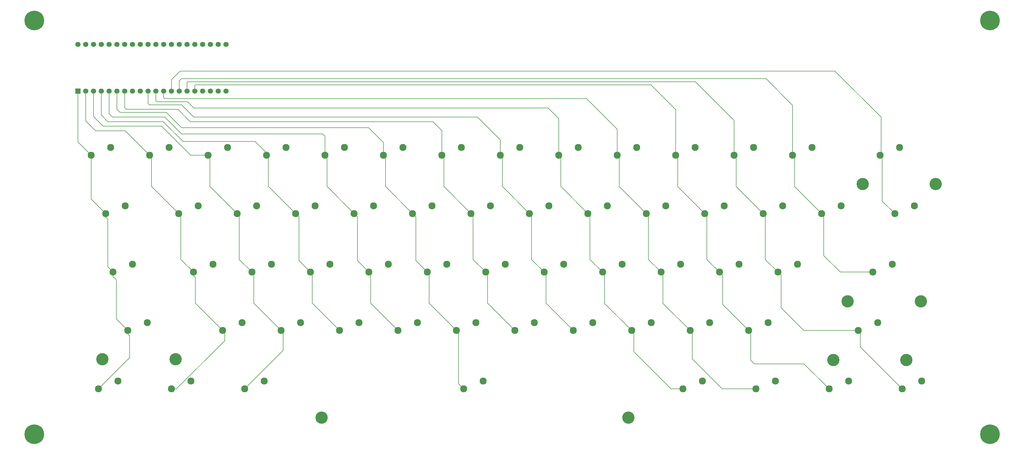
<source format=gbr>
%TF.GenerationSoftware,KiCad,Pcbnew,9.0.3*%
%TF.CreationDate,2025-08-13T20:15:07-07:00*%
%TF.ProjectId,keyboardpls,6b657962-6f61-4726-9470-6c732e6b6963,rev?*%
%TF.SameCoordinates,Original*%
%TF.FileFunction,Copper,L1,Top*%
%TF.FilePolarity,Positive*%
%FSLAX46Y46*%
G04 Gerber Fmt 4.6, Leading zero omitted, Abs format (unit mm)*
G04 Created by KiCad (PCBNEW 9.0.3) date 2025-08-13 20:15:07*
%MOMM*%
%LPD*%
G01*
G04 APERTURE LIST*
%TA.AperFunction,ComponentPad*%
%ADD10C,2.300000*%
%TD*%
%TA.AperFunction,ComponentPad*%
%ADD11C,4.000000*%
%TD*%
%TA.AperFunction,ComponentPad*%
%ADD12R,1.700000X1.700000*%
%TD*%
%TA.AperFunction,ComponentPad*%
%ADD13C,1.700000*%
%TD*%
%TA.AperFunction,ViaPad*%
%ADD14C,6.400000*%
%TD*%
%TA.AperFunction,Conductor*%
%ADD15C,0.200000*%
%TD*%
G04 APERTURE END LIST*
D10*
%TO.P,MX41,1,1*%
%TO.N,COL13*%
X331232650Y-154667700D03*
%TO.P,MX41,2,2*%
%TO.N,Net-(D41-A)*%
X337582650Y-152127700D03*
%TD*%
%TO.P,MX23,1,1*%
%TO.N,COL9*%
X238363900Y-135617700D03*
%TO.P,MX23,2,2*%
%TO.N,Net-(D23-A)*%
X244713900Y-133077700D03*
%TD*%
%TO.P,MX36,1,1*%
%TO.N,COL8*%
X224076400Y-154667700D03*
%TO.P,MX36,2,2*%
%TO.N,Net-(D36-A)*%
X230426400Y-152127700D03*
%TD*%
%TO.P,MX3,1,1*%
%TO.N,COL3*%
X114538900Y-116567700D03*
%TO.P,MX3,2,2*%
%TO.N,Net-(D3-A)*%
X120888900Y-114027700D03*
%TD*%
%TO.P,MX37,1,1*%
%TO.N,COL9*%
X243126400Y-154667700D03*
%TO.P,MX37,2,2*%
%TO.N,Net-(D37-A)*%
X249476400Y-152127700D03*
%TD*%
%TO.P,MX14,1,1*%
%TO.N,COL14*%
X333613900Y-116567700D03*
%TO.P,MX14,2,2*%
%TO.N,Net-(D14-A)*%
X339963900Y-114027700D03*
%TD*%
%TO.P,MX53,1,1*%
%TO.N,COL12*%
X326470150Y-173717700D03*
%TO.P,MX53,2,2*%
%TO.N,Net-(D53-A)*%
X332820150Y-171177700D03*
%TD*%
%TO.P,MX56,1,1*%
%TO.N,COL3*%
X126445150Y-192767700D03*
%TO.P,MX56,2,2*%
%TO.N,Net-(D56-A)*%
X132795150Y-190227700D03*
%TD*%
%TO.P,MX40,1,1*%
%TO.N,COL12*%
X300276400Y-154667700D03*
%TO.P,MX40,2,2*%
%TO.N,Net-(D40-A)*%
X306626400Y-152127700D03*
%TD*%
%TO.P,MX33,1,1*%
%TO.N,COL5*%
X166926400Y-154667700D03*
%TO.P,MX33,2,2*%
%TO.N,Net-(D33-A)*%
X173276400Y-152127700D03*
%TD*%
%TO.P,MX47,1,1*%
%TO.N,COL6*%
X195501400Y-173717700D03*
%TO.P,MX47,2,2*%
%TO.N,Net-(D47-A)*%
X201851400Y-171177700D03*
%TD*%
%TO.P,MX16,1,1*%
%TO.N,COL2*%
X105013900Y-135617700D03*
%TO.P,MX16,2,2*%
%TO.N,Net-(D16-A)*%
X111363900Y-133077700D03*
%TD*%
%TO.P,MX59,1,1*%
%TO.N,COL10*%
X293132650Y-192767700D03*
%TO.P,MX59,2,2*%
%TO.N,Net-(D59-A)*%
X299482650Y-190227700D03*
%TD*%
D11*
%TO.P,RightShiftStab1,*%
%TO.N,*%
X342166400Y-183337700D03*
X318353900Y-183337700D03*
%TD*%
D10*
%TO.P,MX18,1,1*%
%TO.N,COL4*%
X143113900Y-135617700D03*
%TO.P,MX18,2,2*%
%TO.N,Net-(D18-A)*%
X149463900Y-133077700D03*
%TD*%
D11*
%TO.P,BackSpaceStab1,*%
%TO.N,*%
X346829000Y-164197200D03*
X323016500Y-164197200D03*
%TD*%
%TO.P,LeftShiftStab1,*%
%TO.N,*%
X103924700Y-183090600D03*
X80112200Y-183090600D03*
%TD*%
D10*
%TO.P,MX11,1,1*%
%TO.N,COL11*%
X266938900Y-116567700D03*
%TO.P,MX11,2,2*%
%TO.N,Net-(D11-A)*%
X273288900Y-114027700D03*
%TD*%
%TO.P,MX12,1,1*%
%TO.N,COL12*%
X285988900Y-116567700D03*
%TO.P,MX12,2,2*%
%TO.N,Net-(D12-A)*%
X292338900Y-114027700D03*
%TD*%
%TO.P,MX31,1,1*%
%TO.N,COL3*%
X128826400Y-154667700D03*
%TO.P,MX31,2,2*%
%TO.N,Net-(D31-A)*%
X135176400Y-152127700D03*
%TD*%
%TO.P,MX30,1,1*%
%TO.N,COL2*%
X109776400Y-154667700D03*
%TO.P,MX30,2,2*%
%TO.N,Net-(D30-A)*%
X116126400Y-152127700D03*
%TD*%
%TO.P,MX49,1,1*%
%TO.N,COL8*%
X233601400Y-173717700D03*
%TO.P,MX49,2,2*%
%TO.N,Net-(D49-A)*%
X239951400Y-171177700D03*
%TD*%
%TO.P,MX57,1,1*%
%TO.N,COL6*%
X197882650Y-192767700D03*
%TO.P,MX57,2,2*%
%TO.N,Net-(D57-A)*%
X204232650Y-190227700D03*
%TD*%
%TO.P,MX52,1,1*%
%TO.N,COL11*%
X290751400Y-173717700D03*
%TO.P,MX52,2,2*%
%TO.N,Net-(D52-A)*%
X297101400Y-171177700D03*
%TD*%
D11*
%TO.P,SpaceStab1,*%
%TO.N,*%
X251566700Y-202141800D03*
X151554200Y-202141800D03*
%TD*%
D10*
%TO.P,MX10,1,1*%
%TO.N,COL10*%
X247888900Y-116567700D03*
%TO.P,MX10,2,2*%
%TO.N,Net-(D10-A)*%
X254238900Y-114027700D03*
%TD*%
%TO.P,MX54,1,1*%
%TO.N,COL1*%
X78820150Y-192767700D03*
%TO.P,MX54,2,2*%
%TO.N,Net-(D54-A)*%
X85170150Y-190227700D03*
%TD*%
%TO.P,MX35,1,1*%
%TO.N,COL7*%
X205026400Y-154667700D03*
%TO.P,MX35,2,2*%
%TO.N,Net-(D35-A)*%
X211376400Y-152127700D03*
%TD*%
%TO.P,MX9,1,1*%
%TO.N,COL9*%
X228838900Y-116567700D03*
%TO.P,MX9,2,2*%
%TO.N,Net-(D9-A)*%
X235188900Y-114027700D03*
%TD*%
%TO.P,MX32,1,1*%
%TO.N,COL4*%
X147876400Y-154667700D03*
%TO.P,MX32,2,2*%
%TO.N,Net-(D32-A)*%
X154226400Y-152127700D03*
%TD*%
%TO.P,MX19,1,1*%
%TO.N,COL5*%
X162163900Y-135617700D03*
%TO.P,MX19,2,2*%
%TO.N,Net-(D19-A)*%
X168513900Y-133077700D03*
%TD*%
%TO.P,MX43,1,1*%
%TO.N,COL2*%
X119301400Y-173717700D03*
%TO.P,MX43,2,2*%
%TO.N,Net-(D43-A)*%
X125651400Y-171177700D03*
%TD*%
D11*
%TO.P,EnterStab1,*%
%TO.N,*%
X351685000Y-125937000D03*
X327872500Y-125937000D03*
%TD*%
D10*
%TO.P,MX2,1,1*%
%TO.N,COL2*%
X95488900Y-116567700D03*
%TO.P,MX2,2,2*%
%TO.N,Net-(D2-A)*%
X101838900Y-114027700D03*
%TD*%
%TO.P,MX42,1,1*%
%TO.N,COL1*%
X88345150Y-173717700D03*
%TO.P,MX42,2,2*%
%TO.N,Net-(D42-A)*%
X94695150Y-171177700D03*
%TD*%
%TO.P,MX60,1,1*%
%TO.N,COL11*%
X316945150Y-192767700D03*
%TO.P,MX60,2,2*%
%TO.N,Net-(D60-A)*%
X323295150Y-190227700D03*
%TD*%
%TO.P,MX21,1,1*%
%TO.N,COL7*%
X200263900Y-135617700D03*
%TO.P,MX21,2,2*%
%TO.N,Net-(D21-A)*%
X206613900Y-133077700D03*
%TD*%
%TO.P,MX34,1,1*%
%TO.N,COL6*%
X185976400Y-154667700D03*
%TO.P,MX34,2,2*%
%TO.N,Net-(D34-A)*%
X192326400Y-152127700D03*
%TD*%
%TO.P,MX27,1,1*%
%TO.N,COL13*%
X314563900Y-135617700D03*
%TO.P,MX27,2,2*%
%TO.N,Net-(D27-A)*%
X320913900Y-133077700D03*
%TD*%
%TO.P,MX28,1,1*%
%TO.N,COL14*%
X338376400Y-135617700D03*
%TO.P,MX28,2,2*%
%TO.N,Net-(D28-A)*%
X344726400Y-133077700D03*
%TD*%
%TO.P,MX58,1,1*%
%TO.N,COL9*%
X269320150Y-192767700D03*
%TO.P,MX58,2,2*%
%TO.N,Net-(D58-A)*%
X275670150Y-190227700D03*
%TD*%
%TO.P,MX5,1,1*%
%TO.N,COL5*%
X152638900Y-116567700D03*
%TO.P,MX5,2,2*%
%TO.N,Net-(D5-A)*%
X158988900Y-114027700D03*
%TD*%
%TO.P,MX38,1,1*%
%TO.N,COL10*%
X262176400Y-154667700D03*
%TO.P,MX38,2,2*%
%TO.N,Net-(D38-A)*%
X268526400Y-152127700D03*
%TD*%
%TO.P,MX61,1,1*%
%TO.N,COL12*%
X340757650Y-192767700D03*
%TO.P,MX61,2,2*%
%TO.N,Net-(D61-A)*%
X347107650Y-190227700D03*
%TD*%
%TO.P,MX24,1,1*%
%TO.N,COL10*%
X257413900Y-135617700D03*
%TO.P,MX24,2,2*%
%TO.N,Net-(D24-A)*%
X263763900Y-133077700D03*
%TD*%
%TO.P,MX48,1,1*%
%TO.N,COL7*%
X214551400Y-173717700D03*
%TO.P,MX48,2,2*%
%TO.N,Net-(D48-A)*%
X220901400Y-171177700D03*
%TD*%
%TO.P,MX44,1,1*%
%TO.N,COL3*%
X138351400Y-173717700D03*
%TO.P,MX44,2,2*%
%TO.N,Net-(D44-A)*%
X144701400Y-171177700D03*
%TD*%
%TO.P,MX1,1,1*%
%TO.N,COL1*%
X76438900Y-116567700D03*
%TO.P,MX1,2,2*%
%TO.N,Net-(D1-A)*%
X82788900Y-114027700D03*
%TD*%
%TO.P,MX20,1,1*%
%TO.N,COL6*%
X181213900Y-135617700D03*
%TO.P,MX20,2,2*%
%TO.N,Net-(D20-A)*%
X187563900Y-133077700D03*
%TD*%
%TO.P,MX4,1,1*%
%TO.N,COL4*%
X133588900Y-116567700D03*
%TO.P,MX4,2,2*%
%TO.N,Net-(D4-A)*%
X139938900Y-114027700D03*
%TD*%
%TO.P,MX8,1,1*%
%TO.N,COL8*%
X209788900Y-116567700D03*
%TO.P,MX8,2,2*%
%TO.N,Net-(D8-A)*%
X216138900Y-114027700D03*
%TD*%
%TO.P,MX55,1,1*%
%TO.N,COL2*%
X102632650Y-192767700D03*
%TO.P,MX55,2,2*%
%TO.N,Net-(D55-A)*%
X108982650Y-190227700D03*
%TD*%
%TO.P,MX7,1,1*%
%TO.N,COL7*%
X190738900Y-116567700D03*
%TO.P,MX7,2,2*%
%TO.N,Net-(D7-A)*%
X197088900Y-114027700D03*
%TD*%
%TO.P,MX22,1,1*%
%TO.N,COL8*%
X219313900Y-135617700D03*
%TO.P,MX22,2,2*%
%TO.N,Net-(D22-A)*%
X225663900Y-133077700D03*
%TD*%
%TO.P,MX13,1,1*%
%TO.N,COL13*%
X305038900Y-116567700D03*
%TO.P,MX13,2,2*%
%TO.N,Net-(D13-A)*%
X311388900Y-114027700D03*
%TD*%
%TO.P,MX51,1,1*%
%TO.N,COL10*%
X271701400Y-173717700D03*
%TO.P,MX51,2,2*%
%TO.N,Net-(D51-A)*%
X278051400Y-171177700D03*
%TD*%
%TO.P,MX50,1,1*%
%TO.N,COL9*%
X252651400Y-173717700D03*
%TO.P,MX50,2,2*%
%TO.N,Net-(D50-A)*%
X259001400Y-171177700D03*
%TD*%
%TO.P,MX29,1,1*%
%TO.N,COL1*%
X83582650Y-154667700D03*
%TO.P,MX29,2,2*%
%TO.N,Net-(D29-A)*%
X89932650Y-152127700D03*
%TD*%
%TO.P,MX39,1,1*%
%TO.N,COL11*%
X281226400Y-154667700D03*
%TO.P,MX39,2,2*%
%TO.N,Net-(D39-A)*%
X287576400Y-152127700D03*
%TD*%
%TO.P,MX15,1,1*%
%TO.N,COL1*%
X81201400Y-135617700D03*
%TO.P,MX15,2,2*%
%TO.N,Net-(D15-A)*%
X87551400Y-133077700D03*
%TD*%
%TO.P,MX45,1,1*%
%TO.N,COL4*%
X157401400Y-173717700D03*
%TO.P,MX45,2,2*%
%TO.N,Net-(D45-A)*%
X163751400Y-171177700D03*
%TD*%
%TO.P,MX17,1,1*%
%TO.N,COL3*%
X124063900Y-135617700D03*
%TO.P,MX17,2,2*%
%TO.N,Net-(D17-A)*%
X130413900Y-133077700D03*
%TD*%
%TO.P,MX6,1,1*%
%TO.N,COL6*%
X171688900Y-116567700D03*
%TO.P,MX6,2,2*%
%TO.N,Net-(D6-A)*%
X178038900Y-114027700D03*
%TD*%
%TO.P,MX26,1,1*%
%TO.N,COL12*%
X295513900Y-135617700D03*
%TO.P,MX26,2,2*%
%TO.N,Net-(D26-A)*%
X301863900Y-133077700D03*
%TD*%
%TO.P,MX46,1,1*%
%TO.N,COL5*%
X176451400Y-173717700D03*
%TO.P,MX46,2,2*%
%TO.N,Net-(D46-A)*%
X182801400Y-171177700D03*
%TD*%
%TO.P,MX25,1,1*%
%TO.N,COL11*%
X276463900Y-135617700D03*
%TO.P,MX25,2,2*%
%TO.N,Net-(D25-A)*%
X282813900Y-133077700D03*
%TD*%
D12*
%TO.P,U4,1,PB12*%
%TO.N,COL1*%
X72112500Y-95590000D03*
D13*
%TO.P,U4,2,PB13*%
%TO.N,COL2*%
X74652500Y-95590000D03*
%TO.P,U4,3,PB14*%
%TO.N,COL3*%
X77192500Y-95590000D03*
%TO.P,U4,4,PB15*%
%TO.N,COL4*%
X79732500Y-95590000D03*
%TO.P,U4,5,PA8*%
%TO.N,COL5*%
X82272500Y-95590000D03*
%TO.P,U4,6,PA9*%
%TO.N,COL6*%
X84812500Y-95590000D03*
%TO.P,U4,7,PA10*%
%TO.N,COL7*%
X87352500Y-95590000D03*
%TO.P,U4,8,PA11*%
%TO.N,unconnected-(U4-PA11-Pad8)*%
X89892500Y-95590000D03*
%TO.P,U4,9,PA12*%
%TO.N,unconnected-(U4-PA12-Pad9)*%
X92432500Y-95590000D03*
%TO.P,U4,10,PA15*%
%TO.N,COL8*%
X94972500Y-95590000D03*
%TO.P,U4,11,PB3*%
%TO.N,COL9*%
X97512500Y-95590000D03*
%TO.P,U4,12,PB4*%
%TO.N,COL10*%
X100052500Y-95590000D03*
%TO.P,U4,13,PB5*%
%TO.N,COL14*%
X102592500Y-95590000D03*
%TO.P,U4,14,PB6*%
%TO.N,COL13*%
X105132500Y-95590000D03*
%TO.P,U4,15,PB7*%
%TO.N,COL12*%
X107672500Y-95590000D03*
%TO.P,U4,16,PB8*%
%TO.N,COL11*%
X110212500Y-95590000D03*
%TO.P,U4,17,PB9*%
%TO.N,unconnected-(U4-PB9-Pad17)*%
X112752500Y-95590000D03*
%TO.P,U4,18,5V*%
%TO.N,unconnected-(U4-5V-Pad18)*%
X115292500Y-95590000D03*
%TO.P,U4,19,GND*%
%TO.N,unconnected-(U4-GND-Pad19)*%
X117832500Y-95590000D03*
%TO.P,U4,20,3V3*%
%TO.N,unconnected-(U4-3V3-Pad20)*%
X120372500Y-95590000D03*
%TO.P,U4,21,VBat*%
%TO.N,unconnected-(U4-VBat-Pad21)*%
X120372500Y-80350000D03*
%TO.P,U4,22,PC13*%
%TO.N,unconnected-(U4-PC13-Pad22)*%
X117832500Y-80350000D03*
%TO.P,U4,23,PC14*%
%TO.N,unconnected-(U4-PC14-Pad23)*%
X115292500Y-80350000D03*
%TO.P,U4,24,PC15*%
%TO.N,unconnected-(U4-PC15-Pad24)*%
X112752500Y-80350000D03*
%TO.P,U4,25,PA0*%
%TO.N,unconnected-(U4-PA0-Pad25)*%
X110212500Y-80350000D03*
%TO.P,U4,26,PA1*%
%TO.N,unconnected-(U4-PA1-Pad26)*%
X107672500Y-80350000D03*
%TO.P,U4,27,PA2*%
%TO.N,unconnected-(U4-PA2-Pad27)*%
X105132500Y-80350000D03*
%TO.P,U4,28,PA3*%
%TO.N,unconnected-(U4-PA3-Pad28)*%
X102592500Y-80350000D03*
%TO.P,U4,29,PA4*%
%TO.N,unconnected-(U4-PA4-Pad29)*%
X100052500Y-80350000D03*
%TO.P,U4,30,PA5*%
%TO.N,unconnected-(U4-PA5-Pad30)*%
X97512500Y-80350000D03*
%TO.P,U4,31,PA6*%
%TO.N,unconnected-(U4-PA6-Pad31)*%
X94972500Y-80350000D03*
%TO.P,U4,32,PA7*%
%TO.N,ROW1*%
X92432500Y-80350000D03*
%TO.P,U4,33,PB0*%
%TO.N,ROW2*%
X89892500Y-80350000D03*
%TO.P,U4,34,PB1*%
%TO.N,ROW3*%
X87352500Y-80350000D03*
%TO.P,U4,35,PB10*%
%TO.N,ROW4*%
X84812500Y-80350000D03*
%TO.P,U4,36,PB11*%
%TO.N,ROW5*%
X82272500Y-80350000D03*
%TO.P,U4,37,RST*%
%TO.N,unconnected-(U4-RST-Pad37)*%
X79732500Y-80350000D03*
%TO.P,U4,38,3V3*%
%TO.N,unconnected-(U4-3V3-Pad38)*%
X77192500Y-80350000D03*
%TO.P,U4,39,GND*%
%TO.N,unconnected-(U4-GND-Pad39)*%
X74652500Y-80350000D03*
%TO.P,U4,40,GND*%
%TO.N,unconnected-(U4-GND-Pad40)*%
X72112500Y-80350000D03*
%TD*%
D14*
%TO.N,*%
X369372500Y-207590000D03*
X57872500Y-207590000D03*
X369372500Y-72590000D03*
X57872500Y-72590000D03*
%TD*%
D15*
%TO.N,COL12*%
X273372500Y-92590000D02*
X285988900Y-105206400D01*
X285988900Y-105206400D02*
X285988900Y-116567700D01*
X107672500Y-92790000D02*
X107872500Y-92590000D01*
X107672500Y-95590000D02*
X107672500Y-92790000D01*
X107872500Y-92590000D02*
X273372500Y-92590000D01*
%TO.N,COL11*%
X258872500Y-93590000D02*
X266938900Y-101656400D01*
X266938900Y-101656400D02*
X266938900Y-116567700D01*
X110212500Y-95590000D02*
X110212500Y-93750000D01*
X110212500Y-93750000D02*
X110372500Y-93590000D01*
X110372500Y-93590000D02*
X258872500Y-93590000D01*
%TO.N,COL13*%
X305038900Y-100256400D02*
X305038900Y-116567700D01*
X296372500Y-91590000D02*
X305038900Y-100256400D01*
X105872500Y-91590000D02*
X296372500Y-91590000D01*
X105132500Y-92330000D02*
X105872500Y-91590000D01*
X105132500Y-95590000D02*
X105132500Y-92330000D01*
%TO.N,COL14*%
X105372500Y-89090000D02*
X118476850Y-89090000D01*
X102592500Y-91870000D02*
X105372500Y-89090000D01*
X102592500Y-95590000D02*
X102592500Y-91870000D01*
X318872500Y-89090000D02*
X333872500Y-104090000D01*
X333872500Y-104090000D02*
X333872500Y-116309100D01*
X118476850Y-89090000D02*
X318872500Y-89090000D01*
%TO.N,COL10*%
X247888900Y-108106400D02*
X247888900Y-116567700D01*
X100372500Y-98090000D02*
X237872500Y-98090000D01*
X237872500Y-98090000D02*
X247888900Y-108106400D01*
X100052500Y-97770000D02*
X100372500Y-98090000D01*
X100052500Y-95590000D02*
X100052500Y-97770000D01*
%TO.N,COL9*%
X228838900Y-106623600D02*
X228838900Y-116567700D01*
X228872500Y-106657200D02*
X228838900Y-106623600D01*
X225372500Y-101090000D02*
X228872500Y-104590000D01*
X109872500Y-101090000D02*
X225372500Y-101090000D01*
X97872500Y-99090000D02*
X107872500Y-99090000D01*
X107872500Y-99090000D02*
X109872500Y-101090000D01*
X97512500Y-98730000D02*
X97872500Y-99090000D01*
X228872500Y-104590000D02*
X228872500Y-106657200D01*
X97512500Y-95590000D02*
X97512500Y-98730000D01*
%TO.N,COL8*%
X209788900Y-111506400D02*
X209788900Y-116567700D01*
X202372500Y-104090000D02*
X209788900Y-111506400D01*
X109872500Y-104090000D02*
X202372500Y-104090000D01*
X105872500Y-100090000D02*
X109872500Y-104090000D01*
X94972500Y-99690000D02*
X95372500Y-100090000D01*
X94972500Y-95590000D02*
X94972500Y-99690000D01*
X95372500Y-100090000D02*
X105872500Y-100090000D01*
%TO.N,COL7*%
X104721200Y-101590000D02*
X108721200Y-105590000D01*
X87872500Y-101590000D02*
X104721200Y-101590000D01*
X87352500Y-101070000D02*
X87872500Y-101590000D01*
X87352500Y-95590000D02*
X87352500Y-101070000D01*
%TO.N,COL6*%
X100872500Y-102590000D02*
X105872500Y-107590000D01*
X85872500Y-102590000D02*
X100872500Y-102590000D01*
X84812500Y-101530000D02*
X85872500Y-102590000D01*
X105872500Y-107590000D02*
X108372500Y-107590000D01*
X84812500Y-95590000D02*
X84812500Y-101530000D01*
X108372500Y-107590000D02*
X166872500Y-107590000D01*
%TO.N,COL5*%
X105872500Y-109590000D02*
X107872500Y-109590000D01*
X100372500Y-104090000D02*
X105872500Y-109590000D01*
X83372500Y-104090000D02*
X100372500Y-104090000D01*
X82272500Y-102990000D02*
X83372500Y-104090000D01*
X82272500Y-95590000D02*
X82272500Y-102990000D01*
X151872500Y-109590000D02*
X107872500Y-109590000D01*
%TO.N,COL4*%
X133588900Y-115806400D02*
X133588900Y-116567700D01*
X106372500Y-112090000D02*
X129872500Y-112090000D01*
X129872500Y-112090000D02*
X133588900Y-115806400D01*
X99872500Y-105590000D02*
X106372500Y-112090000D01*
X81872500Y-105590000D02*
X99872500Y-105590000D01*
X79732500Y-95590000D02*
X79732500Y-103450000D01*
X79732500Y-103450000D02*
X81872500Y-105590000D01*
%TO.N,COL2*%
X87511200Y-108590000D02*
X95488900Y-116567700D01*
X77872500Y-108590000D02*
X87511200Y-108590000D01*
X74652500Y-105370000D02*
X77872500Y-108590000D01*
X74652500Y-95090000D02*
X74652500Y-105370000D01*
%TO.N,COL3*%
X108850200Y-116567700D02*
X114538900Y-116567700D01*
X80372500Y-107090000D02*
X99372500Y-107090000D01*
X99372500Y-107090000D02*
X108850200Y-116567700D01*
X77192500Y-103910000D02*
X80372500Y-107090000D01*
X77192500Y-95590000D02*
X77192500Y-103910000D01*
%TO.N,COL1*%
X72112500Y-112241300D02*
X76438900Y-116567700D01*
X72112500Y-95090000D02*
X72112500Y-112241300D01*
X81201400Y-135617700D02*
X81201400Y-136730000D01*
X81836500Y-152921550D02*
X83582650Y-154667700D01*
X81201400Y-136730000D02*
X81836500Y-137365100D01*
X84614800Y-157210100D02*
X84614800Y-169987350D01*
X83582650Y-154667700D02*
X83582650Y-156177950D01*
X81836500Y-137365100D02*
X81836500Y-152921550D01*
X83582650Y-156177950D02*
X84614800Y-157210100D01*
X88345150Y-174831950D02*
X88980700Y-175467500D01*
X76438900Y-116567700D02*
X76438900Y-130855200D01*
X76438900Y-130855200D02*
X81201400Y-135617700D01*
X84614800Y-169987350D02*
X88345150Y-173717700D01*
X88345150Y-173717700D02*
X88345150Y-174831950D01*
X88980700Y-175467500D02*
X88980700Y-182607150D01*
X88980700Y-182607150D02*
X78820150Y-192767700D01*
%TO.N,COL2*%
X96124900Y-117203700D02*
X96124900Y-126728700D01*
X119301400Y-173717700D02*
X119938900Y-174355200D01*
X105013900Y-135617700D02*
X105650500Y-136254300D01*
X105650500Y-136254300D02*
X105650500Y-150541800D01*
X95488900Y-116567700D02*
X96124900Y-117203700D01*
X96124900Y-126728700D02*
X105013900Y-135617700D01*
X109776400Y-154667700D02*
X109776400Y-155779400D01*
X119938900Y-177055100D02*
X104226300Y-192767700D01*
X119938900Y-174355200D02*
X119938900Y-177055100D01*
X109776400Y-155779400D02*
X110413300Y-156416300D01*
X104226300Y-192767700D02*
X102632650Y-192767700D01*
X105650500Y-150541800D02*
X109776400Y-154667700D01*
X110413300Y-164829600D02*
X119301400Y-173717700D01*
X110413300Y-156416300D02*
X110413300Y-164829600D01*
%TO.N,COL3*%
X124701700Y-136255500D02*
X124701700Y-150543000D01*
X138990100Y-174356400D02*
X138990100Y-180222750D01*
X124063900Y-135617700D02*
X124701700Y-136255500D01*
X128826400Y-154667700D02*
X129464500Y-155305800D01*
X114620600Y-116567700D02*
X115176100Y-117123200D01*
X138351400Y-173717700D02*
X138990100Y-174356400D01*
X114538900Y-116567700D02*
X114620600Y-116567700D01*
X114394800Y-116567700D02*
X114372500Y-116590000D01*
X129464500Y-155305800D02*
X129464500Y-164830800D01*
X115176100Y-117123200D02*
X115176100Y-126729900D01*
X115176100Y-126729900D02*
X124063900Y-135617700D01*
X124701700Y-150543000D02*
X128826400Y-154667700D01*
X129464500Y-164830800D02*
X138351400Y-173717700D01*
X114538900Y-116567700D02*
X114394800Y-116567700D01*
X138990100Y-180222750D02*
X126445150Y-192767700D01*
%TO.N,COL4*%
X144149800Y-150941100D02*
X147876400Y-154667700D01*
X144149800Y-136653600D02*
X144149800Y-150941100D01*
X147876400Y-154667700D02*
X148515700Y-155307000D01*
X143113900Y-135617700D02*
X144149800Y-136653600D01*
X134227300Y-117206100D02*
X134227300Y-126731100D01*
X148515700Y-164832000D02*
X157401400Y-173717700D01*
X133588900Y-116567700D02*
X134227300Y-117206100D01*
X148515700Y-155307000D02*
X148515700Y-164832000D01*
X134227300Y-126731100D02*
X143113900Y-135617700D01*
%TO.N,COL5*%
X163201000Y-136654800D02*
X163201000Y-150942300D01*
X153278500Y-117207300D02*
X153278500Y-126732300D01*
X152638900Y-116567700D02*
X152638900Y-110356400D01*
X162163900Y-135617700D02*
X163201000Y-136654800D01*
X166926400Y-154667700D02*
X167566900Y-155308200D01*
X167566900Y-155308200D02*
X167566900Y-164833200D01*
X167566900Y-164833200D02*
X176451400Y-173717700D01*
X107872500Y-109590000D02*
X107641200Y-109590000D01*
X153278500Y-126732300D02*
X162163900Y-135617700D01*
X163201000Y-150942300D02*
X166926400Y-154667700D01*
X152638900Y-110356400D02*
X151872500Y-109590000D01*
X152638900Y-116567700D02*
X153278500Y-117207300D01*
%TO.N,COL6*%
X171688900Y-112406400D02*
X171688900Y-116567700D01*
X186618100Y-155309400D02*
X186618100Y-164834400D01*
X166872500Y-107590000D02*
X171688900Y-112406400D01*
X171688900Y-116567700D02*
X172329700Y-117208500D01*
X196143700Y-174360000D02*
X196143700Y-191028750D01*
X186618100Y-164834400D02*
X195501400Y-173717700D01*
X181213900Y-135617700D02*
X182252200Y-136656000D01*
X182252200Y-136656000D02*
X182252200Y-150943500D01*
X182252200Y-150943500D02*
X185976400Y-154667700D01*
X195501400Y-173717700D02*
X196143700Y-174360000D01*
X172329700Y-117208500D02*
X172329700Y-126733500D01*
X172329700Y-126733500D02*
X181213900Y-135617700D01*
X185976400Y-154667700D02*
X186618100Y-155309400D01*
X108181200Y-107590000D02*
X108372500Y-107590000D01*
X196143700Y-191028750D02*
X197882650Y-192767700D01*
%TO.N,COL7*%
X191380900Y-126734700D02*
X200263900Y-135617700D01*
X200906500Y-136174400D02*
X200906500Y-150547800D01*
X205026400Y-154667700D02*
X205111400Y-154667700D01*
X187872500Y-105590000D02*
X108721200Y-105590000D01*
X200349800Y-135617700D02*
X200906500Y-136174400D01*
X200263900Y-135617700D02*
X200349800Y-135617700D01*
X190738900Y-116567700D02*
X191380900Y-117209700D01*
X205669300Y-164835600D02*
X214551400Y-173717700D01*
X191380900Y-117209700D02*
X191380900Y-126734700D01*
X205111400Y-154667700D02*
X205669300Y-155225600D01*
X200906500Y-150547800D02*
X205026400Y-154667700D01*
X190738900Y-116567700D02*
X190738900Y-108456400D01*
X205669300Y-155225600D02*
X205669300Y-164835600D01*
X190738900Y-108456400D02*
X187872500Y-105590000D01*
%TO.N,COL8*%
X219957700Y-136261500D02*
X219957700Y-150549000D01*
X210432100Y-117123200D02*
X210432100Y-126735900D01*
X219313900Y-135617700D02*
X219957700Y-136261500D01*
X224076400Y-154667700D02*
X224720500Y-155311800D01*
X224720500Y-155311800D02*
X224720500Y-164836800D01*
X224720500Y-164836800D02*
X233601400Y-173717700D01*
X209788900Y-116567700D02*
X209876600Y-116567700D01*
X219957700Y-150549000D02*
X224076400Y-154667700D01*
X210432100Y-126735900D02*
X219313900Y-135617700D01*
X209876600Y-116567700D02*
X210432100Y-117123200D01*
%TO.N,COL9*%
X229483300Y-117212100D02*
X229483300Y-126737100D01*
X229483300Y-126737100D02*
X238363900Y-135617700D01*
X228838900Y-116576900D02*
X228689500Y-116726300D01*
X243126400Y-154667700D02*
X243771700Y-155313000D01*
X253297300Y-174363600D02*
X253297300Y-180627200D01*
X243771700Y-155313000D02*
X243771700Y-164838000D01*
X238363900Y-135617700D02*
X239008900Y-136262700D01*
X228838900Y-116567700D02*
X228838900Y-116576900D01*
X239008900Y-136262700D02*
X239008900Y-150550200D01*
X243771700Y-164838000D02*
X252651400Y-173717700D01*
X253297300Y-180627200D02*
X265437800Y-192767700D01*
X228838900Y-116567700D02*
X229483300Y-117212100D01*
X239008900Y-150550200D02*
X243126400Y-154667700D01*
X265437800Y-192767700D02*
X269320150Y-192767700D01*
X252651400Y-173717700D02*
X253297300Y-174363600D01*
%TO.N,COL10*%
X262176400Y-154667700D02*
X262265000Y-154667700D01*
X272348500Y-174364800D02*
X272348500Y-183008600D01*
X248534500Y-117213300D02*
X248534500Y-126738300D01*
X248534500Y-126738300D02*
X257413900Y-135617700D01*
X271701400Y-173717700D02*
X272348500Y-174364800D01*
X262822900Y-155225600D02*
X262822900Y-164839200D01*
X282107600Y-192767700D02*
X293132650Y-192767700D01*
X262265000Y-154667700D02*
X262822900Y-155225600D01*
X258060100Y-150551400D02*
X262176400Y-154667700D01*
X258060100Y-136263900D02*
X258060100Y-150551400D01*
X262822900Y-164839200D02*
X271701400Y-173717700D01*
X247888900Y-116567700D02*
X248534500Y-117213300D01*
X272348500Y-183008600D02*
X282107600Y-192767700D01*
X257413900Y-135617700D02*
X258060100Y-136263900D01*
%TO.N,COL11*%
X277111300Y-150552600D02*
X281226400Y-154667700D01*
X292590400Y-184596200D02*
X308773650Y-184596200D01*
X282271000Y-155712300D02*
X282271000Y-165237300D01*
X290751400Y-173717700D02*
X291399700Y-174366000D01*
X291399700Y-174366000D02*
X291399700Y-183405500D01*
X266938900Y-116567700D02*
X267585700Y-117214500D01*
X282271000Y-165237300D02*
X290751400Y-173717700D01*
X277111300Y-136265100D02*
X277111300Y-150552600D01*
X276463900Y-135617700D02*
X277111300Y-136265100D01*
X267585700Y-126739500D02*
X276463900Y-135617700D01*
X281226400Y-154667700D02*
X282271000Y-155712300D01*
X267585700Y-117214500D02*
X267585700Y-126739500D01*
X308773650Y-184596200D02*
X316945150Y-192767700D01*
X291399700Y-183405500D02*
X292590400Y-184596200D01*
%TO.N,COL12*%
X296162500Y-136266300D02*
X296162500Y-150553800D01*
X295513900Y-135617700D02*
X296162500Y-136266300D01*
X301322200Y-155622500D02*
X301322200Y-166338800D01*
X308701100Y-173717700D02*
X326470150Y-173717700D01*
X300367400Y-154667700D02*
X301322200Y-155622500D01*
X300276400Y-154667700D02*
X300367400Y-154667700D01*
X326470150Y-173717700D02*
X327120700Y-174368250D01*
X286636900Y-126740700D02*
X295513900Y-135617700D01*
X327120700Y-174368250D02*
X327120700Y-179130750D01*
X327120700Y-179130750D02*
X340757650Y-192767700D01*
X286636900Y-117215700D02*
X286636900Y-126740700D01*
X301322200Y-166338800D02*
X308701100Y-173717700D01*
X285988900Y-116567700D02*
X286636900Y-117215700D01*
X296162500Y-150553800D02*
X300276400Y-154667700D01*
%TO.N,COL13*%
X320609300Y-154667700D02*
X331232650Y-154667700D01*
X305688100Y-126741900D02*
X314563900Y-135617700D01*
X315213700Y-149272100D02*
X320609300Y-154667700D01*
X305038900Y-116423600D02*
X305372500Y-116090000D01*
X305688100Y-117216900D02*
X305688100Y-126741900D01*
X305038900Y-116567700D02*
X305038900Y-116423600D01*
X305038900Y-116567700D02*
X305688100Y-117216900D01*
X314657000Y-135617700D02*
X315213700Y-136174400D01*
X315213700Y-136174400D02*
X315213700Y-149272100D01*
X314563900Y-135617700D02*
X314657000Y-135617700D01*
%TO.N,COL14*%
X334264900Y-131506200D02*
X338376400Y-135617700D01*
X334264900Y-117218700D02*
X334264900Y-131506200D01*
X333613900Y-116567700D02*
X334264900Y-117218700D01*
%TD*%
M02*

</source>
